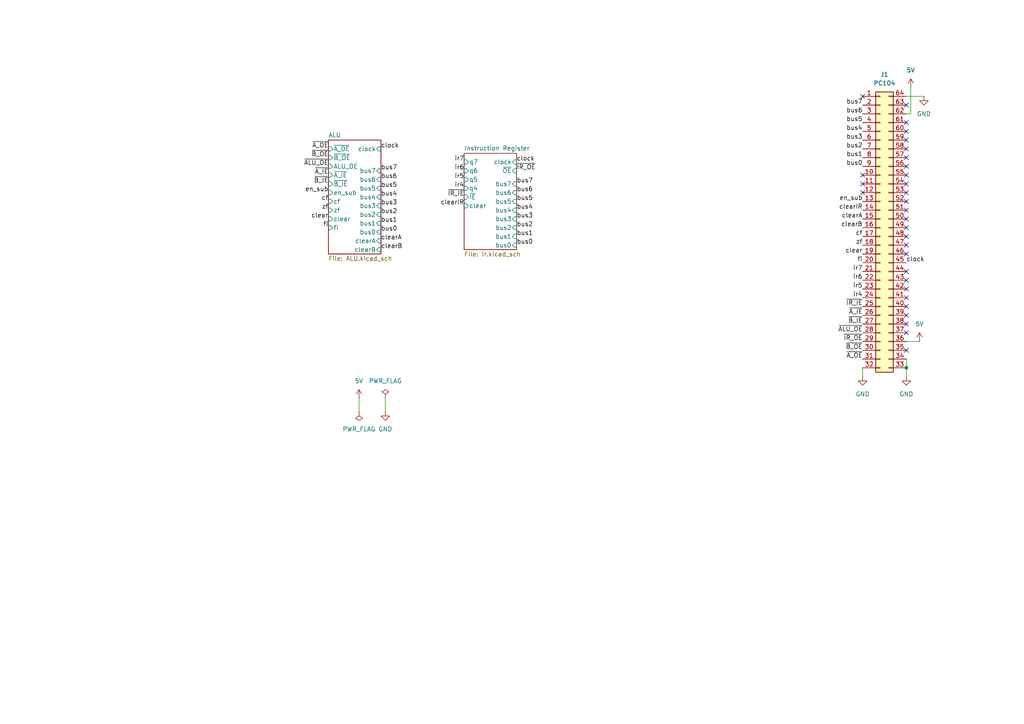
<source format=kicad_sch>
(kicad_sch (version 20231120) (generator "eeschema") (generator_version "8.0")
  (paper "A4")
  (title_block (title "Arithmethic Logic Unit") (date "2024-11-11") (company "Arsenal Gear"))
  (lib_symbols
    (symbol "Connector_Generic:Conn_02x32_Counter_Clockwise" (pin_names (offset 1.016) hide)
      (property "Reference" "J" (at 1.27 40.64 0))
      (property "Value" "Conn_02x32_Counter_Clockwise" (at 1.27 -43.18 0))
      (symbol "Conn_02x32_Counter_Clockwise_1_1"
        (rectangle (start -1.27 -40.513) (end 0 -40.767) (stroke (width 0.1524)))
        (rectangle (start -1.27 -37.973) (end 0 -38.227) (stroke (width 0.1524)))
        (rectangle (start -1.27 -35.433) (end 0 -35.687) (stroke (width 0.1524)))
        (rectangle (start -1.27 -32.893) (end 0 -33.147) (stroke (width 0.1524)))
        (rectangle (start -1.27 -30.353) (end 0 -30.607) (stroke (width 0.1524)))
        (rectangle (start -1.27 -27.813) (end 0 -28.067) (stroke (width 0.1524)))
        (rectangle (start -1.27 -25.273) (end 0 -25.527) (stroke (width 0.1524)))
        (rectangle (start -1.27 -22.733) (end 0 -22.987) (stroke (width 0.1524)))
        (rectangle (start -1.27 -20.193) (end 0 -20.447) (stroke (width 0.1524)))
        (rectangle (start -1.27 -17.653) (end 0 -17.907) (stroke (width 0.1524)))
        (rectangle (start -1.27 -15.113) (end 0 -15.367) (stroke (width 0.1524)))
        (rectangle (start -1.27 -12.573) (end 0 -12.827) (stroke (width 0.1524)))
        (rectangle (start -1.27 -10.033) (end 0 -10.287) (stroke (width 0.1524)))
        (rectangle (start -1.27 -7.493) (end 0 -7.747) (stroke (width 0.1524)))
        (rectangle (start -1.27 -4.953) (end 0 -5.207) (stroke (width 0.1524)))
        (rectangle (start -1.27 -2.413) (end 0 -2.667) (stroke (width 0.1524)))
        (rectangle (start -1.27 0.127) (end 0 -0.127) (stroke (width 0.1524)))
        (rectangle (start -1.27 2.667) (end 0 2.413) (stroke (width 0.1524)))
        (rectangle (start -1.27 5.207) (end 0 4.953) (stroke (width 0.1524)))
        (rectangle (start -1.27 7.747) (end 0 7.493) (stroke (width 0.1524)))
        (rectangle (start -1.27 10.287) (end 0 10.033) (stroke (width 0.1524)))
        (rectangle (start -1.27 12.827) (end 0 12.573) (stroke (width 0.1524)))
        (rectangle (start -1.27 15.367) (end 0 15.113) (stroke (width 0.1524)))
        (rectangle (start -1.27 17.907) (end 0 17.653) (stroke (width 0.1524)))
        (rectangle (start -1.27 20.447) (end 0 20.193) (stroke (width 0.1524)))
        (rectangle (start -1.27 22.987) (end 0 22.733) (stroke (width 0.1524)))
        (rectangle (start -1.27 25.527) (end 0 25.273) (stroke (width 0.1524)))
        (rectangle (start -1.27 28.067) (end 0 27.813) (stroke (width 0.1524)))
        (rectangle (start -1.27 30.607) (end 0 30.353) (stroke (width 0.1524)))
        (rectangle (start -1.27 33.147) (end 0 32.893) (stroke (width 0.1524)))
        (rectangle (start -1.27 35.687) (end 0 35.433) (stroke (width 0.1524)))
        (rectangle (start -1.27 38.227) (end 0 37.973) (stroke (width 0.1524)))
        (rectangle (start -1.27 39.37) (end 3.81 -41.91) (stroke (width 0.254)) (fill (type background)))
        (rectangle (start 3.81 -40.513) (end 2.54 -40.767) (stroke (width 0.1524)))
        (rectangle (start 3.81 -37.973) (end 2.54 -38.227) (stroke (width 0.1524)))
        (rectangle (start 3.81 -35.433) (end 2.54 -35.687) (stroke (width 0.1524)))
        (rectangle (start 3.81 -32.893) (end 2.54 -33.147) (stroke (width 0.1524)))
        (rectangle (start 3.81 -30.353) (end 2.54 -30.607) (stroke (width 0.1524)))
        (rectangle (start 3.81 -27.813) (end 2.54 -28.067) (stroke (width 0.1524)))
        (rectangle (start 3.81 -25.273) (end 2.54 -25.527) (stroke (width 0.1524)))
        (rectangle (start 3.81 -22.733) (end 2.54 -22.987) (stroke (width 0.1524)))
        (rectangle (start 3.81 -20.193) (end 2.54 -20.447) (stroke (width 0.1524)))
        (rectangle (start 3.81 -17.653) (end 2.54 -17.907) (stroke (width 0.1524)))
        (rectangle (start 3.81 -15.113) (end 2.54 -15.367) (stroke (width 0.1524)))
        (rectangle (start 3.81 -12.573) (end 2.54 -12.827) (stroke (width 0.1524)))
        (rectangle (start 3.81 -10.033) (end 2.54 -10.287) (stroke (width 0.1524)))
        (rectangle (start 3.81 -7.493) (end 2.54 -7.747) (stroke (width 0.1524)))
        (rectangle (start 3.81 -4.953) (end 2.54 -5.207) (stroke (width 0.1524)))
        (rectangle (start 3.81 -2.413) (end 2.54 -2.667) (stroke (width 0.1524)))
        (rectangle (start 3.81 0.127) (end 2.54 -0.127) (stroke (width 0.1524)))
        (rectangle (start 3.81 2.667) (end 2.54 2.413) (stroke (width 0.1524)))
        (rectangle (start 3.81 5.207) (end 2.54 4.953) (stroke (width 0.1524)))
        (rectangle (start 3.81 7.747) (end 2.54 7.493) (stroke (width 0.1524)))
        (rectangle (start 3.81 10.287) (end 2.54 10.033) (stroke (width 0.1524)))
        (rectangle (start 3.81 12.827) (end 2.54 12.573) (stroke (width 0.1524)))
        (rectangle (start 3.81 15.367) (end 2.54 15.113) (stroke (width 0.1524)))
        (rectangle (start 3.81 17.907) (end 2.54 17.653) (stroke (width 0.1524)))
        (rectangle (start 3.81 20.447) (end 2.54 20.193) (stroke (width 0.1524)))
        (rectangle (start 3.81 22.987) (end 2.54 22.733) (stroke (width 0.1524)))
        (rectangle (start 3.81 25.527) (end 2.54 25.273) (stroke (width 0.1524)))
        (rectangle (start 3.81 28.067) (end 2.54 27.813) (stroke (width 0.1524)))
        (rectangle (start 3.81 30.607) (end 2.54 30.353) (stroke (width 0.1524)))
        (rectangle (start 3.81 33.147) (end 2.54 32.893) (stroke (width 0.1524)))
        (rectangle (start 3.81 35.687) (end 2.54 35.433) (stroke (width 0.1524)))
        (rectangle (start 3.81 38.227) (end 2.54 37.973) (stroke (width 0.1524)))
        (pin passive line (at -5.08 38.1 0) (length 3.81) (name "Pin_1") (number "1"))
        (pin passive line (at -5.08 15.24 0) (length 3.81) (name "Pin_10") (number "10"))
        (pin passive line (at -5.08 12.7 0) (length 3.81) (name "Pin_11") (number "11"))
        (pin passive line (at -5.08 10.16 0) (length 3.81) (name "Pin_12") (number "12"))
        (pin passive line (at -5.08 7.62 0) (length 3.81) (name "Pin_13") (number "13"))
        (pin passive line (at -5.08 5.08 0) (length 3.81) (name "Pin_14") (number "14"))
        (pin passive line (at -5.08 2.54 0) (length 3.81) (name "Pin_15") (number "15"))
        (pin passive line (at -5.08 0 0) (length 3.81) (name "Pin_16") (number "16"))
        (pin passive line (at -5.08 -2.54 0) (length 3.81) (name "Pin_17") (number "17"))
        (pin passive line (at -5.08 -5.08 0) (length 3.81) (name "Pin_18") (number "18"))
        (pin passive line (at -5.08 -7.62 0) (length 3.81) (name "Pin_19") (number "19"))
        (pin passive line (at -5.08 35.56 0) (length 3.81) (name "Pin_2") (number "2"))
        (pin passive line (at -5.08 -10.16 0) (length 3.81) (name "Pin_20") (number "20"))
        (pin passive line (at -5.08 -12.7 0) (length 3.81) (name "Pin_21") (number "21"))
        (pin passive line (at -5.08 -15.24 0) (length 3.81) (name "Pin_22") (number "22"))
        (pin passive line (at -5.08 -17.78 0) (length 3.81) (name "Pin_23") (number "23"))
        (pin passive line (at -5.08 -20.32 0) (length 3.81) (name "Pin_24") (number "24"))
        (pin passive line (at -5.08 -22.86 0) (length 3.81) (name "Pin_25") (number "25"))
        (pin passive line (at -5.08 -25.4 0) (length 3.81) (name "Pin_26") (number "26"))
        (pin passive line (at -5.08 -27.94 0) (length 3.81) (name "Pin_27") (number "27"))
        (pin passive line (at -5.08 -30.48 0) (length 3.81) (name "Pin_28") (number "28"))
        (pin passive line (at -5.08 -33.02 0) (length 3.81) (name "Pin_29") (number "29"))
        (pin passive line (at -5.08 33.02 0) (length 3.81) (name "Pin_3") (number "3"))
        (pin passive line (at -5.08 -35.56 0) (length 3.81) (name "Pin_30") (number "30"))
        (pin passive line (at -5.08 -38.1 0) (length 3.81) (name "Pin_31") (number "31"))
        (pin passive line (at -5.08 -40.64 0) (length 3.81) (name "Pin_32") (number "32"))
        (pin passive line (at 7.62 -40.64 180) (length 3.81) (name "Pin_33") (number "33"))
        (pin passive line (at 7.62 -38.1 180) (length 3.81) (name "Pin_34") (number "34"))
        (pin passive line (at 7.62 -35.56 180) (length 3.81) (name "Pin_35") (number "35"))
        (pin passive line (at 7.62 -33.02 180) (length 3.81) (name "Pin_36") (number "36"))
        (pin passive line (at 7.62 -30.48 180) (length 3.81) (name "Pin_37") (number "37"))
        (pin passive line (at 7.62 -27.94 180) (length 3.81) (name "Pin_38") (number "38"))
        (pin passive line (at 7.62 -25.4 180) (length 3.81) (name "Pin_39") (number "39"))
        (pin passive line (at -5.08 30.48 0) (length 3.81) (name "Pin_4") (number "4"))
        (pin passive line (at 7.62 -22.86 180) (length 3.81) (name "Pin_40") (number "40"))
        (pin passive line (at 7.62 -20.32 180) (length 3.81) (name "Pin_41") (number "41"))
        (pin passive line (at 7.62 -17.78 180) (length 3.81) (name "Pin_42") (number "42"))
        (pin passive line (at 7.62 -15.24 180) (length 3.81) (name "Pin_43") (number "43"))
        (pin passive line (at 7.62 -12.7 180) (length 3.81) (name "Pin_44") (number "44"))
        (pin passive line (at 7.62 -10.16 180) (length 3.81) (name "Pin_45") (number "45"))
        (pin passive line (at 7.62 -7.62 180) (length 3.81) (name "Pin_46") (number "46"))
        (pin passive line (at 7.62 -5.08 180) (length 3.81) (name "Pin_47") (number "47"))
        (pin passive line (at 7.62 -2.54 180) (length 3.81) (name "Pin_48") (number "48"))
        (pin passive line (at 7.62 0 180) (length 3.81) (name "Pin_49") (number "49"))
        (pin passive line (at -5.08 27.94 0) (length 3.81) (name "Pin_5") (number "5"))
        (pin passive line (at 7.62 2.54 180) (length 3.81) (name "Pin_50") (number "50"))
        (pin passive line (at 7.62 5.08 180) (length 3.81) (name "Pin_51") (number "51"))
        (pin passive line (at 7.62 7.62 180) (length 3.81) (name "Pin_52") (number "52"))
        (pin passive line (at 7.62 10.16 180) (length 3.81) (name "Pin_53") (number "53"))
        (pin passive line (at 7.62 12.7 180) (length 3.81) (name "Pin_54") (number "54"))
        (pin passive line (at 7.62 15.24 180) (length 3.81) (name "Pin_55") (number "55"))
        (pin passive line (at 7.62 17.78 180) (length 3.81) (name "Pin_56") (number "56"))
        (pin passive line (at 7.62 20.32 180) (length 3.81) (name "Pin_57") (number "57"))
        (pin passive line (at 7.62 22.86 180) (length 3.81) (name "Pin_58") (number "58"))
        (pin passive line (at 7.62 25.4 180) (length 3.81) (name "Pin_59") (number "59"))
        (pin passive line (at -5.08 25.4 0) (length 3.81) (name "Pin_6") (number "6"))
        (pin passive line (at 7.62 27.94 180) (length 3.81) (name "Pin_60") (number "60"))
        (pin passive line (at 7.62 30.48 180) (length 3.81) (name "Pin_61") (number "61"))
        (pin passive line (at 7.62 33.02 180) (length 3.81) (name "Pin_62") (number "62"))
        (pin passive line (at 7.62 35.56 180) (length 3.81) (name "Pin_63") (number "63"))
        (pin passive line (at 7.62 38.1 180) (length 3.81) (name "Pin_64") (number "64"))
        (pin passive line (at -5.08 22.86 0) (length 3.81) (name "Pin_7") (number "7"))
        (pin passive line (at -5.08 20.32 0) (length 3.81) (name "Pin_8") (number "8"))
        (pin passive line (at -5.08 17.78 0) (length 3.81) (name "Pin_9") (number "9"))
      )
    )
    (symbol "power:GND" (power) (pin_numbers hide) (pin_names (offset 0) hide)
      (property "Value" "GND" (at 0 -3.81 0))
      (symbol "GND_0_1"
        (polyline (pts (xy 0 0) (xy 0 -1.27) (xy 1.27 -1.27) (xy 0 -2.54) (xy -1.27 -1.27) (xy 0 -1.27)))
      )
      (symbol "GND_1_1"
        (pin power_in line (at 0 0 270) (length 0) (name "~") (number "1"))
      )
    )
    (symbol "power:PWR_FLAG" (power) (pin_numbers hide) (pin_names (offset 0) hide)
      (property "Value" "PWR_FLAG" (at 0 3.81 0))
      (symbol "PWR_FLAG_0_0"
        (pin power_out line (at 0 0 90) (length 0) (name "~") (number "1"))
      )
      (symbol "PWR_FLAG_0_1"
        (polyline (pts (xy 0 0) (xy 0 1.27) (xy -1.016 1.905) (xy 0 2.54) (xy 1.016 1.905) (xy 0 1.27)))
      )
    )
    (symbol "power:VCC" (power) (pin_numbers hide) (pin_names (offset 0) hide)
      (property "Value" "VCC" (at 0 3.556 0))
      (symbol "VCC_0_1"
        (polyline (pts (xy -0.762 1.27) (xy 0 2.54)))
        (polyline (pts (xy 0 0) (xy 0 2.54)))
        (polyline (pts (xy 0 2.54) (xy 0.762 1.27)))
      )
      (symbol "VCC_1_1"
        (pin power_in line (at 0 0 90) (length 0) (name "~") (number "1"))
      )
    )
  )
  (junction (at 262.89 106.68))
  (no_connect (at 262.89 48.26))
  (no_connect (at 250.19 53.34))
  (no_connect (at 262.89 73.66))
  (no_connect (at 262.89 38.1))
  (no_connect (at 262.89 43.18))
  (no_connect (at 262.89 81.28))
  (no_connect (at 262.89 96.52))
  (no_connect (at 262.89 68.58))
  (no_connect (at 262.89 86.36))
  (no_connect (at 262.89 50.8))
  (no_connect (at 262.89 63.5))
  (no_connect (at 250.19 55.88))
  (no_connect (at 262.89 66.04))
  (no_connect (at 262.89 93.98))
  (no_connect (at 250.19 50.8))
  (no_connect (at 262.89 45.72))
  (no_connect (at 262.89 35.56))
  (no_connect (at 262.89 91.44))
  (no_connect (at 262.89 53.34))
  (no_connect (at 262.89 40.64))
  (no_connect (at 262.89 60.96))
  (no_connect (at 262.89 58.42))
  (no_connect (at 262.89 30.48))
  (no_connect (at 262.89 55.88))
  (no_connect (at 262.89 78.74))
  (no_connect (at 262.89 71.12))
  (no_connect (at 262.89 88.9))
  (no_connect (at 262.89 101.6))
  (no_connect (at 262.89 83.82))
  (no_connect (at 250.19 27.94))
  (wire (pts (xy 104.14 115.57) (xy 104.14 119.38)))
  (wire (pts (xy 264.16 33.02) (xy 262.89 33.02)))
  (wire (pts (xy 264.16 25.4) (xy 264.16 33.02)))
  (wire (pts (xy 262.89 27.94) (xy 267.97 27.94)))
  (wire (pts (xy 262.89 106.68) (xy 262.89 109.22)))
  (wire (pts (xy 111.76 115.57) (xy 111.76 119.38)))
  (wire (pts (xy 262.89 99.06) (xy 266.7 99.06)))
  (wire (pts (xy 262.89 104.14) (xy 262.89 106.68)))
  (wire (pts (xy 250.19 106.68) (xy 250.19 109.22)))
  (label "bus6" (at 110.49 52.07 0))
  (label "bus5" (at 110.49 54.61 0))
  (label "ir7" (at 250.19 78.74 180))
  (label "bus3" (at 250.19 40.64 180))
  (label "clock" (at 262.89 76.2 0))
  (label "clock" (at 149.86 46.99 0))
  (label "ir5" (at 134.62 52.07 180))
  (label "bus5" (at 250.19 35.56 180))
  (label "bus7" (at 110.49 49.53 0))
  (label "bus4" (at 250.19 38.1 180))
  (label "bus0" (at 250.19 48.26 180))
  (label "bus3" (at 110.49 59.69 0))
  (label "ir4" (at 250.19 86.36 180))
  (label "clear" (at 250.19 73.66 180))
  (label "clearB" (at 110.49 72.39 0))
  (label "bus6" (at 250.19 33.02 180))
  (label "~{IR_OE}" (at 149.86 49.53 0))
  (label "bus7" (at 149.86 53.34 0))
  (label "bus3" (at 149.86 63.5 0))
  (label "en_sub" (at 95.25 55.88 180))
  (label "cf" (at 95.25 58.42 180))
  (label "fi" (at 250.19 76.2 180))
  (label "bus6" (at 149.86 55.88 0))
  (label "ir6" (at 134.62 49.53 180))
  (label "ir4" (at 134.62 54.61 180))
  (label "clearIR" (at 250.19 60.96 180))
  (label "bus5" (at 149.86 58.42 0))
  (label "~{A_IE}" (at 250.19 91.44 180))
  (label "~{B_IE}" (at 250.19 93.98 180))
  (label "clearA" (at 110.49 69.85 0))
  (label "clock" (at 110.49 43.18 0))
  (label "bus1" (at 250.19 45.72 180))
  (label "clearB" (at 250.19 66.04 180))
  (label "bus4" (at 149.86 60.96 0))
  (label "bus2" (at 149.86 66.04 0))
  (label "~{ALU_OE}" (at 250.19 96.52 180))
  (label "ir5" (at 250.19 83.82 180))
  (label "bus4" (at 110.49 57.15 0))
  (label "zf" (at 250.19 71.12 180))
  (label "~{IR_IE}" (at 250.19 88.9 180))
  (label "bus1" (at 110.49 64.77 0))
  (label "clearA" (at 250.19 63.5 180))
  (label "ir7" (at 134.62 46.99 180))
  (label "~{B_OE}" (at 250.19 101.6 180))
  (label "~{A_OE}" (at 250.19 104.14 180))
  (label "cf" (at 250.19 68.58 180))
  (label "bus2" (at 250.19 43.18 180))
  (label "bus0" (at 149.86 71.12 0))
  (label "bus0" (at 110.49 67.31 0))
  (label "fi" (at 95.25 66.04 180))
  (label "bus2" (at 110.49 62.23 0))
  (label "bus1" (at 149.86 68.58 0))
  (label "zf" (at 95.25 60.96 180))
  (label "~{IR_OE}" (at 250.19 99.06 180))
  (label "ir6" (at 250.19 81.28 180))
  (label "~{A_IE}" (at 95.25 50.8 180))
  (label "~{ALU_OE}" (at 95.25 48.26 180))
  (label "clearIR" (at 134.62 59.69 180))
  (label "en_sub" (at 250.19 58.42 180))
  (label "~{B_IE}" (at 95.25 53.34 180))
  (label "~{A_OE}" (at 95.25 43.18 180))
  (label "~{IR_IE}" (at 134.62 57.15 180))
  (label "bus7" (at 250.19 30.48 180))
  (label "~{B_OE}" (at 95.25 45.72 180))
  (label "clear" (at 95.25 63.5 180))
  (symbol (lib_id "power:PWR_FLAG") (at 104.14 119.38 180) (unit 1) (exclude_from_sim yes)
    (property "Reference" "#FLG01" (effects (hide yes)))
    (property "Value" "PWR_FLAG" (at 104.14 124.46 0))
    (property "Description" "Special symbol for telling ERC where power comes from" (effects (hide yes)))
  )
  (symbol (lib_id "Connector_Generic:Conn_02x32_Counter_Clockwise") (at 255.27 66.04 0) (unit 1)
    (property "Reference" "J1" (at 256.54 21.59 0))
    (property "Value" "PC104" (at 256.54 24.13 0))
    (property "Footprint" "Connector_PinSocket_2.54mm:PinSocket_2x32_P2.54mm_Vertical" (effects (hide yes)))
    (property "Description" "Generic connector, double row, 02x32, counter clockwise pin numbering scheme (similar to DIP package numbering), script generated (kicad-library-utils/schlib/autogen/connector/)" (effects (hide yes)))
  )
  (symbol (lib_id "power:GND") (at 111.76 119.38 0) (unit 1) (exclude_from_sim yes)
    (property "Reference" "#PWR02" (effects (hide yes)))
    (property "Value" "GND" (at 111.76 124.46 0))
    (property "Description" "Power symbol creates a global label with name \"GND\" , ground" (effects (hide yes)))
  )
  (symbol (lib_id "power:GND") (at 262.89 109.22 0) (unit 1) (exclude_from_sim yes)
    (property "Reference" "#PWR04" (effects (hide yes)))
    (property "Value" "GND" (at 262.89 114.3 0))
    (property "Description" "Power symbol creates a global label with name \"GND\" , ground" (effects (hide yes)))
  )
  (symbol (lib_id "power:VCC") (at 264.16 25.4 0) (unit 1) (exclude_from_sim yes)
    (property "Reference" "#PWR05" (effects (hide yes)))
    (property "Value" "5V" (at 264.16 20.32 0))
    (property "Description" "Power symbol creates a global label with name \"VCC\"" (effects (hide yes)))
  )
  (symbol (lib_id "power:VCC") (at 266.7 99.06 0) (unit 1) (exclude_from_sim yes)
    (property "Reference" "#PWR06" (effects (hide yes)))
    (property "Value" "5V" (at 266.7 93.98 0))
    (property "Description" "Power symbol creates a global label with name \"VCC\"" (effects (hide yes)))
  )
  (symbol (lib_id "power:VCC") (at 104.14 115.57 0) (unit 1) (exclude_from_sim yes)
    (property "Reference" "#PWR01" (effects (hide yes)))
    (property "Value" "5V" (at 104.14 110.49 0))
    (property "Description" "Power symbol creates a global label with name \"VCC\"" (effects (hide yes)))
  )
  (symbol (lib_id "power:GND") (at 267.97 27.94 0) (unit 1) (exclude_from_sim yes)
    (property "Reference" "#PWR07" (effects (hide yes)))
    (property "Value" "GND" (at 267.97 33.02 0))
    (property "Description" "Power symbol creates a global label with name \"GND\" , ground" (effects (hide yes)))
  )
  (symbol (lib_id "power:GND") (at 250.19 109.22 0) (unit 1) (exclude_from_sim yes)
    (property "Reference" "#PWR03" (effects (hide yes)))
    (property "Value" "GND" (at 250.19 114.3 0))
    (property "Description" "Power symbol creates a global label with name \"GND\" , ground" (effects (hide yes)))
  )
  (symbol (lib_id "power:PWR_FLAG") (at 111.76 115.57 0) (unit 1) (exclude_from_sim yes)
    (property "Reference" "#FLG02" (effects (hide yes)))
    (property "Value" "PWR_FLAG" (at 111.76 110.49 0))
    (property "Description" "Special symbol for telling ERC where power comes from" (effects (hide yes)))
  )
  (sheet (at 134.62 44.45) (size 15.24 27.94) (stroke (width 0.1524))
    (property "Sheetname" "Instruction Register" (at 134.62 43.7384 0) (effects (justify left bottom)))
    (property "Sheetfile" "ir.kicad_sch" (at 134.62 72.9746 0) (effects (justify left top)))
    (pin "q7" input (at 134.62 46.99 180))
    (pin "q6" input (at 134.62 49.53 180))
    (pin "q4" input (at 134.62 54.61 180))
    (pin "q5" input (at 134.62 52.07 180))
    (pin "bus3" input (at 149.86 63.5 0))
    (pin "bus2" input (at 149.86 66.04 0))
    (pin "bus1" input (at 149.86 68.58 0))
    (pin "bus0" input (at 149.86 71.12 0))
    (pin "bus7" input (at 149.86 53.34 0))
    (pin "bus4" input (at 149.86 60.96 0))
    (pin "bus5" input (at 149.86 58.42 0))
    (pin "bus6" input (at 149.86 55.88 0))
    (pin "clock" input (at 149.86 46.99 0))
    (pin "~{OE}" input (at 149.86 49.53 0))
    (pin "~{IE}" input (at 134.62 57.15 180))
    (pin "clear" input (at 134.62 59.69 180))
  )
  (sheet (at 95.25 40.64) (size 15.24 33.02) (stroke (width 0.1524))
    (property "Sheetname" "ALU" (at 95.25 39.9284 0) (effects (justify left bottom)))
    (property "Sheetfile" "ALU.kicad_sch" (at 95.25 74.2446 0) (effects (justify left top)))
    (pin "clock" input (at 110.49 43.18 0))
    (pin "~{B_OE}" input (at 95.25 45.72 180))
    (pin "bus6" input (at 110.49 52.07 0))
    (pin "bus5" input (at 110.49 54.61 0))
    (pin "bus7" input (at 110.49 49.53 0))
    (pin "bus0" input (at 110.49 67.31 0))
    (pin "bus4" input (at 110.49 57.15 0))
    (pin "bus2" input (at 110.49 62.23 0))
    (pin "bus3" input (at 110.49 59.69 0))
    (pin "bus1" input (at 110.49 64.77 0))
    (pin "~{A_OE}" input (at 95.25 43.18 180))
    (pin "ALU_OE" input (at 95.25 48.26 180))
    (pin "en_sub" input (at 95.25 55.88 180))
    (pin "fi" input (at 95.25 66.04 180))
    (pin "clear" input (at 95.25 63.5 180))
    (pin "zf" input (at 95.25 60.96 180))
    (pin "cf" input (at 95.25 58.42 180))
    (pin "~{A_IE}" input (at 95.25 50.8 180))
    (pin "clearA" input (at 110.49 69.85 0))
    (pin "clearB" input (at 110.49 72.39 0))
    (pin "~{B_IE}" input (at 95.25 53.34 180))
  )
)
</source>
